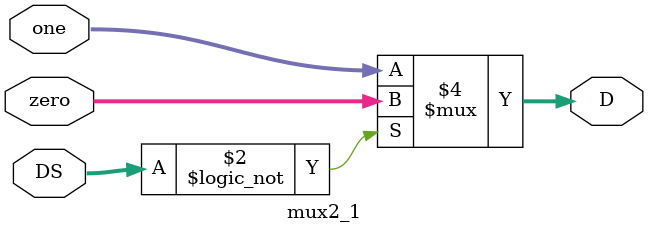
<source format=sv>
`timescale 1ns / 1ps


module mux2_1(
    input [1:0] DS,
    input [7:0] zero,
    input [7:0] one,
    output logic [7:0] D
    );
    always_comb
    begin
    if (DS == 0)
        begin
         D = zero; //out = one;
        end
    else
        begin
         D = one; //out = one;
        end
     end
endmodule

</source>
